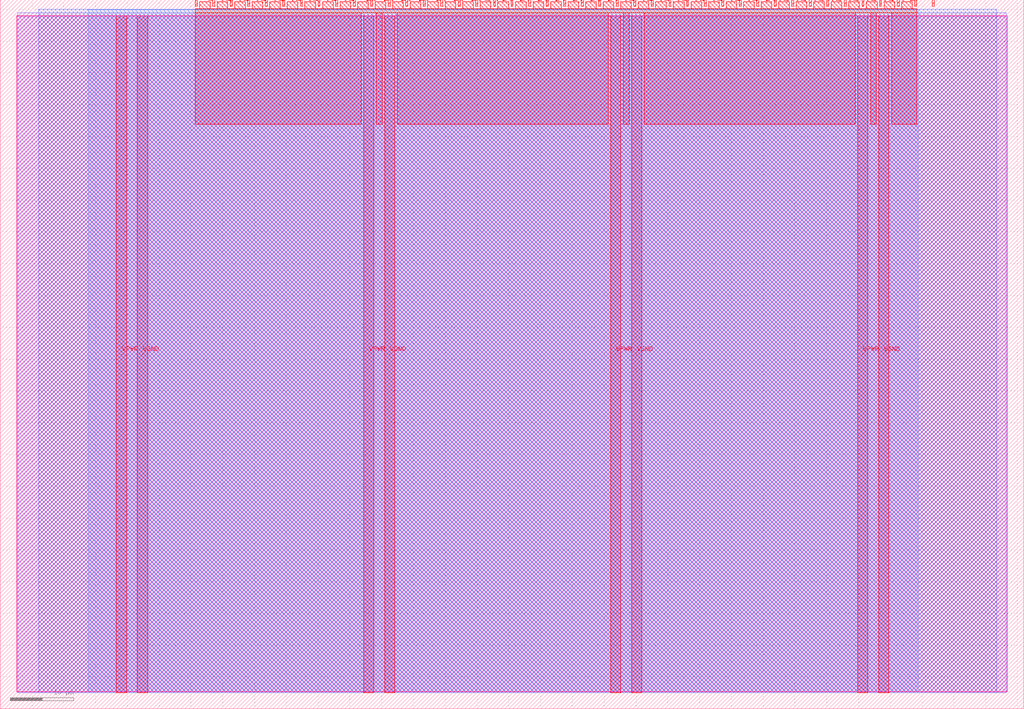
<source format=lef>
VERSION 5.7 ;
  NOWIREEXTENSIONATPIN ON ;
  DIVIDERCHAR "/" ;
  BUSBITCHARS "[]" ;
MACRO tt_um_digital_clock_example
  CLASS BLOCK ;
  FOREIGN tt_um_digital_clock_example ;
  ORIGIN 0.000 0.000 ;
  SIZE 161.000 BY 111.520 ;
  PIN VGND
    DIRECTION INOUT ;
    USE GROUND ;
    PORT
      LAYER met4 ;
        RECT 21.580 2.480 23.180 109.040 ;
    END
    PORT
      LAYER met4 ;
        RECT 60.450 2.480 62.050 109.040 ;
    END
    PORT
      LAYER met4 ;
        RECT 99.320 2.480 100.920 109.040 ;
    END
    PORT
      LAYER met4 ;
        RECT 138.190 2.480 139.790 109.040 ;
    END
  END VGND
  PIN VPWR
    DIRECTION INOUT ;
    USE POWER ;
    PORT
      LAYER met4 ;
        RECT 18.280 2.480 19.880 109.040 ;
    END
    PORT
      LAYER met4 ;
        RECT 57.150 2.480 58.750 109.040 ;
    END
    PORT
      LAYER met4 ;
        RECT 96.020 2.480 97.620 109.040 ;
    END
    PORT
      LAYER met4 ;
        RECT 134.890 2.480 136.490 109.040 ;
    END
  END VPWR
  PIN clk
    DIRECTION INPUT ;
    USE SIGNAL ;
    ANTENNAGATEAREA 0.852000 ;
    PORT
      LAYER met4 ;
        RECT 143.830 110.520 144.130 111.520 ;
    END
  END clk
  PIN ena
    DIRECTION INPUT ;
    USE SIGNAL ;
    PORT
      LAYER met4 ;
        RECT 146.590 110.520 146.890 111.520 ;
    END
  END ena
  PIN rst_n
    DIRECTION INPUT ;
    USE SIGNAL ;
    ANTENNAGATEAREA 0.196500 ;
    PORT
      LAYER met4 ;
        RECT 141.070 110.520 141.370 111.520 ;
    END
  END rst_n
  PIN ui_in[0]
    DIRECTION INPUT ;
    USE SIGNAL ;
    ANTENNAGATEAREA 0.196500 ;
    PORT
      LAYER met4 ;
        RECT 138.310 110.520 138.610 111.520 ;
    END
  END ui_in[0]
  PIN ui_in[1]
    DIRECTION INPUT ;
    USE SIGNAL ;
    PORT
      LAYER met4 ;
        RECT 135.550 110.520 135.850 111.520 ;
    END
  END ui_in[1]
  PIN ui_in[2]
    DIRECTION INPUT ;
    USE SIGNAL ;
    ANTENNAGATEAREA 0.196500 ;
    PORT
      LAYER met4 ;
        RECT 132.790 110.520 133.090 111.520 ;
    END
  END ui_in[2]
  PIN ui_in[3]
    DIRECTION INPUT ;
    USE SIGNAL ;
    ANTENNAGATEAREA 0.196500 ;
    PORT
      LAYER met4 ;
        RECT 130.030 110.520 130.330 111.520 ;
    END
  END ui_in[3]
  PIN ui_in[4]
    DIRECTION INPUT ;
    USE SIGNAL ;
    ANTENNAGATEAREA 0.196500 ;
    PORT
      LAYER met4 ;
        RECT 127.270 110.520 127.570 111.520 ;
    END
  END ui_in[4]
  PIN ui_in[5]
    DIRECTION INPUT ;
    USE SIGNAL ;
    ANTENNAGATEAREA 0.196500 ;
    PORT
      LAYER met4 ;
        RECT 124.510 110.520 124.810 111.520 ;
    END
  END ui_in[5]
  PIN ui_in[6]
    DIRECTION INPUT ;
    USE SIGNAL ;
    PORT
      LAYER met4 ;
        RECT 121.750 110.520 122.050 111.520 ;
    END
  END ui_in[6]
  PIN ui_in[7]
    DIRECTION INPUT ;
    USE SIGNAL ;
    PORT
      LAYER met4 ;
        RECT 118.990 110.520 119.290 111.520 ;
    END
  END ui_in[7]
  PIN uio_in[0]
    DIRECTION INPUT ;
    USE SIGNAL ;
    PORT
      LAYER met4 ;
        RECT 116.230 110.520 116.530 111.520 ;
    END
  END uio_in[0]
  PIN uio_in[1]
    DIRECTION INPUT ;
    USE SIGNAL ;
    PORT
      LAYER met4 ;
        RECT 113.470 110.520 113.770 111.520 ;
    END
  END uio_in[1]
  PIN uio_in[2]
    DIRECTION INPUT ;
    USE SIGNAL ;
    PORT
      LAYER met4 ;
        RECT 110.710 110.520 111.010 111.520 ;
    END
  END uio_in[2]
  PIN uio_in[3]
    DIRECTION INPUT ;
    USE SIGNAL ;
    PORT
      LAYER met4 ;
        RECT 107.950 110.520 108.250 111.520 ;
    END
  END uio_in[3]
  PIN uio_in[4]
    DIRECTION INPUT ;
    USE SIGNAL ;
    PORT
      LAYER met4 ;
        RECT 105.190 110.520 105.490 111.520 ;
    END
  END uio_in[4]
  PIN uio_in[5]
    DIRECTION INPUT ;
    USE SIGNAL ;
    PORT
      LAYER met4 ;
        RECT 102.430 110.520 102.730 111.520 ;
    END
  END uio_in[5]
  PIN uio_in[6]
    DIRECTION INPUT ;
    USE SIGNAL ;
    PORT
      LAYER met4 ;
        RECT 99.670 110.520 99.970 111.520 ;
    END
  END uio_in[6]
  PIN uio_in[7]
    DIRECTION INPUT ;
    USE SIGNAL ;
    PORT
      LAYER met4 ;
        RECT 96.910 110.520 97.210 111.520 ;
    END
  END uio_in[7]
  PIN uio_oe[0]
    DIRECTION OUTPUT ;
    USE SIGNAL ;
    PORT
      LAYER met4 ;
        RECT 49.990 110.520 50.290 111.520 ;
    END
  END uio_oe[0]
  PIN uio_oe[1]
    DIRECTION OUTPUT ;
    USE SIGNAL ;
    PORT
      LAYER met4 ;
        RECT 47.230 110.520 47.530 111.520 ;
    END
  END uio_oe[1]
  PIN uio_oe[2]
    DIRECTION OUTPUT ;
    USE SIGNAL ;
    PORT
      LAYER met4 ;
        RECT 44.470 110.520 44.770 111.520 ;
    END
  END uio_oe[2]
  PIN uio_oe[3]
    DIRECTION OUTPUT ;
    USE SIGNAL ;
    PORT
      LAYER met4 ;
        RECT 41.710 110.520 42.010 111.520 ;
    END
  END uio_oe[3]
  PIN uio_oe[4]
    DIRECTION OUTPUT ;
    USE SIGNAL ;
    PORT
      LAYER met4 ;
        RECT 38.950 110.520 39.250 111.520 ;
    END
  END uio_oe[4]
  PIN uio_oe[5]
    DIRECTION OUTPUT ;
    USE SIGNAL ;
    PORT
      LAYER met4 ;
        RECT 36.190 110.520 36.490 111.520 ;
    END
  END uio_oe[5]
  PIN uio_oe[6]
    DIRECTION OUTPUT ;
    USE SIGNAL ;
    PORT
      LAYER met4 ;
        RECT 33.430 110.520 33.730 111.520 ;
    END
  END uio_oe[6]
  PIN uio_oe[7]
    DIRECTION OUTPUT ;
    USE SIGNAL ;
    PORT
      LAYER met4 ;
        RECT 30.670 110.520 30.970 111.520 ;
    END
  END uio_oe[7]
  PIN uio_out[0]
    DIRECTION OUTPUT ;
    USE SIGNAL ;
    ANTENNADIFFAREA 0.795200 ;
    PORT
      LAYER met4 ;
        RECT 72.070 110.520 72.370 111.520 ;
    END
  END uio_out[0]
  PIN uio_out[1]
    DIRECTION OUTPUT ;
    USE SIGNAL ;
    ANTENNADIFFAREA 0.795200 ;
    PORT
      LAYER met4 ;
        RECT 69.310 110.520 69.610 111.520 ;
    END
  END uio_out[1]
  PIN uio_out[2]
    DIRECTION OUTPUT ;
    USE SIGNAL ;
    PORT
      LAYER met4 ;
        RECT 66.550 110.520 66.850 111.520 ;
    END
  END uio_out[2]
  PIN uio_out[3]
    DIRECTION OUTPUT ;
    USE SIGNAL ;
    ANTENNADIFFAREA 0.445500 ;
    PORT
      LAYER met4 ;
        RECT 63.790 110.520 64.090 111.520 ;
    END
  END uio_out[3]
  PIN uio_out[4]
    DIRECTION OUTPUT ;
    USE SIGNAL ;
    PORT
      LAYER met4 ;
        RECT 61.030 110.520 61.330 111.520 ;
    END
  END uio_out[4]
  PIN uio_out[5]
    DIRECTION OUTPUT ;
    USE SIGNAL ;
    PORT
      LAYER met4 ;
        RECT 58.270 110.520 58.570 111.520 ;
    END
  END uio_out[5]
  PIN uio_out[6]
    DIRECTION OUTPUT ;
    USE SIGNAL ;
    PORT
      LAYER met4 ;
        RECT 55.510 110.520 55.810 111.520 ;
    END
  END uio_out[6]
  PIN uio_out[7]
    DIRECTION OUTPUT ;
    USE SIGNAL ;
    PORT
      LAYER met4 ;
        RECT 52.750 110.520 53.050 111.520 ;
    END
  END uio_out[7]
  PIN uo_out[0]
    DIRECTION OUTPUT ;
    USE SIGNAL ;
    PORT
      LAYER met4 ;
        RECT 94.150 110.520 94.450 111.520 ;
    END
  END uo_out[0]
  PIN uo_out[1]
    DIRECTION OUTPUT ;
    USE SIGNAL ;
    PORT
      LAYER met4 ;
        RECT 91.390 110.520 91.690 111.520 ;
    END
  END uo_out[1]
  PIN uo_out[2]
    DIRECTION OUTPUT ;
    USE SIGNAL ;
    PORT
      LAYER met4 ;
        RECT 88.630 110.520 88.930 111.520 ;
    END
  END uo_out[2]
  PIN uo_out[3]
    DIRECTION OUTPUT ;
    USE SIGNAL ;
    PORT
      LAYER met4 ;
        RECT 85.870 110.520 86.170 111.520 ;
    END
  END uo_out[3]
  PIN uo_out[4]
    DIRECTION OUTPUT ;
    USE SIGNAL ;
    PORT
      LAYER met4 ;
        RECT 83.110 110.520 83.410 111.520 ;
    END
  END uo_out[4]
  PIN uo_out[5]
    DIRECTION OUTPUT ;
    USE SIGNAL ;
    PORT
      LAYER met4 ;
        RECT 80.350 110.520 80.650 111.520 ;
    END
  END uo_out[5]
  PIN uo_out[6]
    DIRECTION OUTPUT ;
    USE SIGNAL ;
    PORT
      LAYER met4 ;
        RECT 77.590 110.520 77.890 111.520 ;
    END
  END uo_out[6]
  PIN uo_out[7]
    DIRECTION OUTPUT ;
    USE SIGNAL ;
    PORT
      LAYER met4 ;
        RECT 74.830 110.520 75.130 111.520 ;
    END
  END uo_out[7]
  OBS
      LAYER nwell ;
        RECT 2.570 2.635 158.430 108.990 ;
      LAYER li1 ;
        RECT 2.760 2.635 158.240 108.885 ;
      LAYER met1 ;
        RECT 2.760 2.480 158.240 109.440 ;
      LAYER met2 ;
        RECT 6.080 2.535 156.760 110.005 ;
      LAYER met3 ;
        RECT 13.865 2.555 144.370 109.985 ;
      LAYER met4 ;
        RECT 31.370 110.120 33.030 111.170 ;
        RECT 34.130 110.120 35.790 111.170 ;
        RECT 36.890 110.120 38.550 111.170 ;
        RECT 39.650 110.120 41.310 111.170 ;
        RECT 42.410 110.120 44.070 111.170 ;
        RECT 45.170 110.120 46.830 111.170 ;
        RECT 47.930 110.120 49.590 111.170 ;
        RECT 50.690 110.120 52.350 111.170 ;
        RECT 53.450 110.120 55.110 111.170 ;
        RECT 56.210 110.120 57.870 111.170 ;
        RECT 58.970 110.120 60.630 111.170 ;
        RECT 61.730 110.120 63.390 111.170 ;
        RECT 64.490 110.120 66.150 111.170 ;
        RECT 67.250 110.120 68.910 111.170 ;
        RECT 70.010 110.120 71.670 111.170 ;
        RECT 72.770 110.120 74.430 111.170 ;
        RECT 75.530 110.120 77.190 111.170 ;
        RECT 78.290 110.120 79.950 111.170 ;
        RECT 81.050 110.120 82.710 111.170 ;
        RECT 83.810 110.120 85.470 111.170 ;
        RECT 86.570 110.120 88.230 111.170 ;
        RECT 89.330 110.120 90.990 111.170 ;
        RECT 92.090 110.120 93.750 111.170 ;
        RECT 94.850 110.120 96.510 111.170 ;
        RECT 97.610 110.120 99.270 111.170 ;
        RECT 100.370 110.120 102.030 111.170 ;
        RECT 103.130 110.120 104.790 111.170 ;
        RECT 105.890 110.120 107.550 111.170 ;
        RECT 108.650 110.120 110.310 111.170 ;
        RECT 111.410 110.120 113.070 111.170 ;
        RECT 114.170 110.120 115.830 111.170 ;
        RECT 116.930 110.120 118.590 111.170 ;
        RECT 119.690 110.120 121.350 111.170 ;
        RECT 122.450 110.120 124.110 111.170 ;
        RECT 125.210 110.120 126.870 111.170 ;
        RECT 127.970 110.120 129.630 111.170 ;
        RECT 130.730 110.120 132.390 111.170 ;
        RECT 133.490 110.120 135.150 111.170 ;
        RECT 136.250 110.120 137.910 111.170 ;
        RECT 139.010 110.120 140.670 111.170 ;
        RECT 141.770 110.120 143.430 111.170 ;
        RECT 30.655 109.440 144.145 110.120 ;
        RECT 30.655 91.975 56.750 109.440 ;
        RECT 59.150 91.975 60.050 109.440 ;
        RECT 62.450 91.975 95.620 109.440 ;
        RECT 98.020 91.975 98.920 109.440 ;
        RECT 101.320 91.975 134.490 109.440 ;
        RECT 136.890 91.975 137.790 109.440 ;
        RECT 140.190 91.975 144.145 109.440 ;
  END
END tt_um_digital_clock_example
END LIBRARY


</source>
